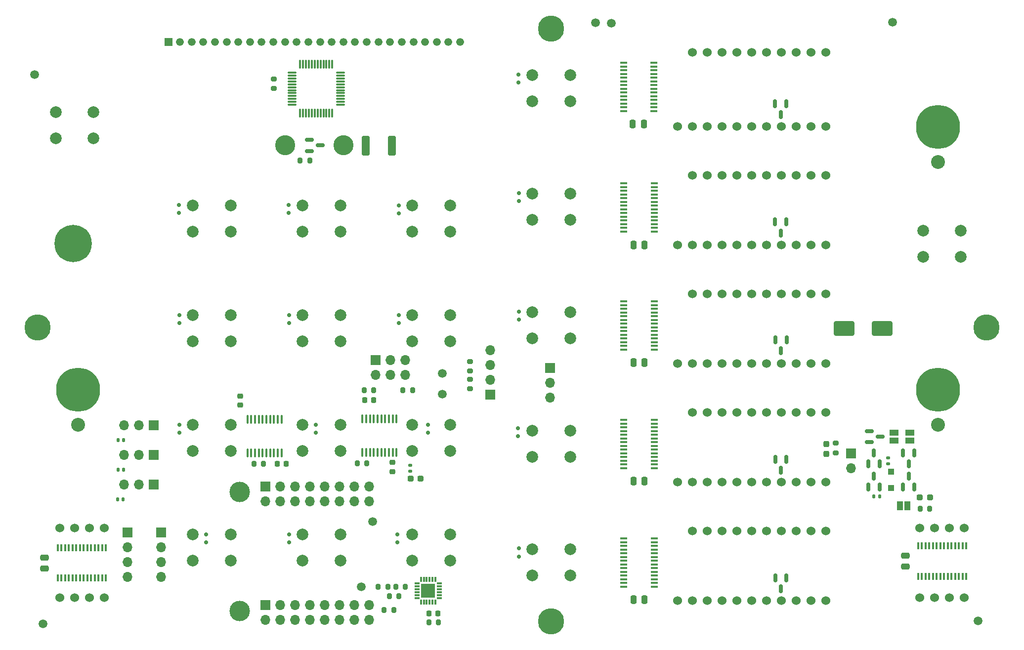
<source format=gbr>
%TF.GenerationSoftware,KiCad,Pcbnew,7.0.1*%
%TF.CreationDate,2023-08-25T12:13:54-06:00*%
%TF.ProjectId,UFC_Main,5546435f-4d61-4696-9e2e-6b696361645f,rev?*%
%TF.SameCoordinates,Original*%
%TF.FileFunction,Soldermask,Bot*%
%TF.FilePolarity,Negative*%
%FSLAX46Y46*%
G04 Gerber Fmt 4.6, Leading zero omitted, Abs format (unit mm)*
G04 Created by KiCad (PCBNEW 7.0.1) date 2023-08-25 12:13:54*
%MOMM*%
%LPD*%
G01*
G04 APERTURE LIST*
G04 Aperture macros list*
%AMRoundRect*
0 Rectangle with rounded corners*
0 $1 Rounding radius*
0 $2 $3 $4 $5 $6 $7 $8 $9 X,Y pos of 4 corners*
0 Add a 4 corners polygon primitive as box body*
4,1,4,$2,$3,$4,$5,$6,$7,$8,$9,$2,$3,0*
0 Add four circle primitives for the rounded corners*
1,1,$1+$1,$2,$3*
1,1,$1+$1,$4,$5*
1,1,$1+$1,$6,$7*
1,1,$1+$1,$8,$9*
0 Add four rect primitives between the rounded corners*
20,1,$1+$1,$2,$3,$4,$5,0*
20,1,$1+$1,$4,$5,$6,$7,0*
20,1,$1+$1,$6,$7,$8,$9,0*
20,1,$1+$1,$8,$9,$2,$3,0*%
G04 Aperture macros list end*
%ADD10C,4.500000*%
%ADD11C,7.540752*%
%ADD12C,2.381250*%
%ADD13C,6.400000*%
%ADD14C,1.500000*%
%ADD15C,1.524000*%
%ADD16C,3.435000*%
%ADD17R,1.337000X1.337000*%
%ADD18C,1.337000*%
%ADD19C,2.000000*%
%ADD20RoundRect,0.250000X0.250000X0.475000X-0.250000X0.475000X-0.250000X-0.475000X0.250000X-0.475000X0*%
%ADD21RoundRect,0.225000X0.225000X0.250000X-0.225000X0.250000X-0.225000X-0.250000X0.225000X-0.250000X0*%
%ADD22RoundRect,0.140000X-0.140000X-0.170000X0.140000X-0.170000X0.140000X0.170000X-0.140000X0.170000X0*%
%ADD23RoundRect,0.225000X0.250000X-0.225000X0.250000X0.225000X-0.250000X0.225000X-0.250000X-0.225000X0*%
%ADD24RoundRect,0.225000X-0.225000X-0.250000X0.225000X-0.250000X0.225000X0.250000X-0.225000X0.250000X0*%
%ADD25R,1.700000X1.700000*%
%ADD26O,1.700000X1.700000*%
%ADD27RoundRect,0.200000X0.200000X0.275000X-0.200000X0.275000X-0.200000X-0.275000X0.200000X-0.275000X0*%
%ADD28RoundRect,0.200000X-0.200000X-0.275000X0.200000X-0.275000X0.200000X0.275000X-0.200000X0.275000X0*%
%ADD29RoundRect,0.200000X0.275000X-0.200000X0.275000X0.200000X-0.275000X0.200000X-0.275000X-0.200000X0*%
%ADD30RoundRect,0.075000X-0.662500X-0.075000X0.662500X-0.075000X0.662500X0.075000X-0.662500X0.075000X0*%
%ADD31RoundRect,0.075000X-0.075000X-0.662500X0.075000X-0.662500X0.075000X0.662500X-0.075000X0.662500X0*%
%ADD32R,1.200000X0.400000*%
%ADD33R,0.400000X1.200000*%
%ADD34RoundRect,0.100000X0.100000X-0.637500X0.100000X0.637500X-0.100000X0.637500X-0.100000X-0.637500X0*%
%ADD35RoundRect,0.250000X0.475000X-0.250000X0.475000X0.250000X-0.475000X0.250000X-0.475000X-0.250000X0*%
%ADD36C,3.500000*%
%ADD37RoundRect,0.200000X-0.275000X0.200000X-0.275000X-0.200000X0.275000X-0.200000X0.275000X0.200000X0*%
%ADD38RoundRect,0.150000X0.200000X-0.150000X0.200000X0.150000X-0.200000X0.150000X-0.200000X-0.150000X0*%
%ADD39RoundRect,0.150000X-0.587500X-0.150000X0.587500X-0.150000X0.587500X0.150000X-0.587500X0.150000X0*%
%ADD40RoundRect,0.250000X-1.500000X-1.000000X1.500000X-1.000000X1.500000X1.000000X-1.500000X1.000000X0*%
%ADD41RoundRect,0.150000X0.150000X-0.587500X0.150000X0.587500X-0.150000X0.587500X-0.150000X-0.587500X0*%
%ADD42RoundRect,0.250000X-0.400000X-1.450000X0.400000X-1.450000X0.400000X1.450000X-0.400000X1.450000X0*%
%ADD43RoundRect,0.237500X0.287500X0.237500X-0.287500X0.237500X-0.287500X-0.237500X0.287500X-0.237500X0*%
%ADD44RoundRect,0.135000X-0.135000X-0.185000X0.135000X-0.185000X0.135000X0.185000X-0.135000X0.185000X0*%
%ADD45RoundRect,0.075000X-0.362500X-0.075000X0.362500X-0.075000X0.362500X0.075000X-0.362500X0.075000X0*%
%ADD46RoundRect,0.075000X-0.075000X-0.362500X0.075000X-0.362500X0.075000X0.362500X-0.075000X0.362500X0*%
%ADD47R,2.450000X2.450000*%
%ADD48RoundRect,0.150000X-0.150000X0.587500X-0.150000X-0.587500X0.150000X-0.587500X0.150000X0.587500X0*%
%ADD49R,1.500000X1.000000*%
%ADD50RoundRect,0.237500X0.237500X-0.287500X0.237500X0.287500X-0.237500X0.287500X-0.237500X-0.287500X0*%
%ADD51RoundRect,0.237500X-0.287500X-0.237500X0.287500X-0.237500X0.287500X0.237500X-0.287500X0.237500X0*%
%ADD52R,1.000000X1.500000*%
%ADD53RoundRect,0.135000X-0.185000X0.135000X-0.185000X-0.135000X0.185000X-0.135000X0.185000X0.135000X0*%
%ADD54RoundRect,0.250000X0.300000X-0.300000X0.300000X0.300000X-0.300000X0.300000X-0.300000X-0.300000X0*%
G04 APERTURE END LIST*
D10*
%TO.C,MK1*%
X90945560Y105569200D03*
%TD*%
%TO.C,MK2*%
X165494560Y54388200D03*
%TD*%
%TO.C,MK3*%
X90945560Y3969200D03*
%TD*%
%TO.C,MK4*%
X2934560Y54388200D03*
%TD*%
D11*
%TO.C,POT1*%
X9919560Y43657200D03*
D12*
X9919560Y37657200D03*
%TD*%
D11*
%TO.C,POT3*%
X157239560Y88741200D03*
D12*
X157239560Y82741200D03*
%TD*%
D11*
%TO.C,POT2*%
X157239560Y43657200D03*
D12*
X157239560Y37657200D03*
%TD*%
D13*
%TO.C,MK5*%
X9030560Y68739200D03*
%TD*%
D14*
%TO.C,TP1*%
X98513200Y106605200D03*
%TD*%
%TO.C,TP2*%
X101213200Y106520700D03*
%TD*%
D15*
%TO.C,DS7*%
X6725560Y8051200D03*
X9265560Y8051200D03*
X11805560Y8051200D03*
X14345560Y8051200D03*
X14345560Y19951200D03*
X11805560Y19951200D03*
X9265560Y19951200D03*
X6725560Y19951200D03*
%TD*%
%TO.C,DS8*%
X154045560Y8051200D03*
X156585560Y8051200D03*
X159125560Y8051200D03*
X161665560Y8051200D03*
X161665560Y19951200D03*
X159125560Y19951200D03*
X156585560Y19951200D03*
X154045560Y19951200D03*
%TD*%
%TO.C,DS2*%
X112562560Y88831200D03*
X115102560Y88831200D03*
X117642560Y88831200D03*
X120182560Y88831200D03*
X122722560Y88831200D03*
X125262560Y88831200D03*
X127802560Y88831200D03*
X130342560Y88831200D03*
X132882560Y88831200D03*
X135422560Y88831200D03*
X137962560Y88831200D03*
X137962560Y101531200D03*
X135422560Y101531200D03*
X132882560Y101531200D03*
X130342560Y101531200D03*
X127802560Y101531200D03*
X125262560Y101531200D03*
X122722560Y101531200D03*
X120182560Y101531200D03*
X117642560Y101531200D03*
X115102560Y101531200D03*
%TD*%
%TO.C,DS3*%
X112562560Y68511200D03*
X115102560Y68511200D03*
X117642560Y68511200D03*
X120182560Y68511200D03*
X122722560Y68511200D03*
X125262560Y68511200D03*
X127802560Y68511200D03*
X130342560Y68511200D03*
X132882560Y68511200D03*
X135422560Y68511200D03*
X137962560Y68511200D03*
X137962560Y80411200D03*
X135422560Y80411200D03*
X132882560Y80411200D03*
X130342560Y80411200D03*
X127802560Y80411200D03*
X125262560Y80411200D03*
X122722560Y80411200D03*
X120182560Y80411200D03*
X117642560Y80411200D03*
X115102560Y80411200D03*
%TD*%
%TO.C,DS4*%
X112562560Y48191200D03*
X115102560Y48191200D03*
X117642560Y48191200D03*
X120182560Y48191200D03*
X122722560Y48191200D03*
X125262560Y48191200D03*
X127802560Y48191200D03*
X130342560Y48191200D03*
X132882560Y48191200D03*
X135422560Y48191200D03*
X137962560Y48191200D03*
X137962560Y60091200D03*
X135422560Y60091200D03*
X132882560Y60091200D03*
X130342560Y60091200D03*
X127802560Y60091200D03*
X125262560Y60091200D03*
X122722560Y60091200D03*
X120182560Y60091200D03*
X117642560Y60091200D03*
X115102560Y60091200D03*
%TD*%
%TO.C,DS5*%
X112562560Y27871200D03*
X115102560Y27871200D03*
X117642560Y27871200D03*
X120182560Y27871200D03*
X122722560Y27871200D03*
X125262560Y27871200D03*
X127802560Y27871200D03*
X130342560Y27871200D03*
X132882560Y27871200D03*
X135422560Y27871200D03*
X137962560Y27871200D03*
X137962560Y39771200D03*
X135422560Y39771200D03*
X132882560Y39771200D03*
X130342560Y39771200D03*
X127802560Y39771200D03*
X125262560Y39771200D03*
X122722560Y39771200D03*
X120182560Y39771200D03*
X117642560Y39771200D03*
X115102560Y39771200D03*
%TD*%
%TO.C,DS6*%
X112562560Y7551200D03*
X115102560Y7551200D03*
X117642560Y7551200D03*
X120182560Y7551200D03*
X122722560Y7551200D03*
X125262560Y7551200D03*
X127802560Y7551200D03*
X130342560Y7551200D03*
X132882560Y7551200D03*
X135422560Y7551200D03*
X137962560Y7551200D03*
X137962560Y19451200D03*
X135422560Y19451200D03*
X132882560Y19451200D03*
X130342560Y19451200D03*
X127802560Y19451200D03*
X125262560Y19451200D03*
X122722560Y19451200D03*
X120182560Y19451200D03*
X117642560Y19451200D03*
X115102560Y19451200D03*
%TD*%
D16*
%TO.C,BL1*%
X45338560Y85578200D03*
X55338560Y85578200D03*
%TD*%
D17*
%TO.C,DS1*%
X25336560Y103282200D03*
D18*
X27336560Y103282200D03*
X29336560Y103282200D03*
X31336560Y103282200D03*
X33336560Y103282200D03*
X35336560Y103282200D03*
X37336560Y103282200D03*
X39336560Y103282200D03*
X41336560Y103282200D03*
X43336560Y103282200D03*
X45336560Y103282200D03*
X47336560Y103282200D03*
X49336560Y103282200D03*
X51336560Y103282200D03*
X53336560Y103282200D03*
X55336560Y103282200D03*
X57336560Y103282200D03*
X59336560Y103282200D03*
X61336560Y103282200D03*
X63336560Y103282200D03*
X65336560Y103282200D03*
X67336560Y103282200D03*
X69336560Y103282200D03*
X71336560Y103282200D03*
X73336560Y103282200D03*
X75336560Y103282200D03*
%TD*%
D19*
%TO.C,SW4*%
X87695560Y77339200D03*
X94195560Y77339200D03*
X87695560Y72839200D03*
X94195560Y72839200D03*
%TD*%
%TO.C,SW12*%
X87695560Y36699200D03*
X94195560Y36699200D03*
X87695560Y32199200D03*
X94195560Y32199200D03*
%TD*%
%TO.C,SW11*%
X67121561Y37715200D03*
X73621561Y37715200D03*
X67121561Y33215200D03*
X73621561Y33215200D03*
%TD*%
D14*
%TO.C,TP10*%
X2438400Y97664800D03*
%TD*%
D19*
%TO.C,SW5*%
X29529560Y56511204D03*
X36029560Y56511204D03*
X29529560Y52011204D03*
X36029560Y52011204D03*
%TD*%
%TO.C,SW10*%
X48325562Y37715200D03*
X54825562Y37715200D03*
X48325562Y33215200D03*
X54825562Y33215200D03*
%TD*%
%TO.C,SW9*%
X29529561Y37715200D03*
X36029561Y37715200D03*
X29529561Y33215200D03*
X36029561Y33215200D03*
%TD*%
%TO.C,SW7*%
X67121560Y56511204D03*
X73621560Y56511204D03*
X67121560Y52011204D03*
X73621560Y52011204D03*
%TD*%
D14*
%TO.C,TP7*%
X164084000Y4040400D03*
%TD*%
D19*
%TO.C,SW17*%
X87695560Y97659200D03*
X94195560Y97659200D03*
X87695560Y93159200D03*
X94195560Y93159200D03*
%TD*%
%TO.C,SW14*%
X48325562Y18919199D03*
X54825562Y18919199D03*
X48325562Y14419199D03*
X54825562Y14419199D03*
%TD*%
%TO.C,SW1*%
X29529561Y75307201D03*
X36029561Y75307201D03*
X29529561Y70807201D03*
X36029561Y70807201D03*
%TD*%
%TO.C,SW6*%
X48325562Y56511201D03*
X54825562Y56511201D03*
X48325562Y52011201D03*
X54825562Y52011201D03*
%TD*%
%TO.C,SW3*%
X67121561Y75307201D03*
X73621561Y75307201D03*
X67121561Y70807201D03*
X73621561Y70807201D03*
%TD*%
%TO.C,SW13*%
X29529561Y18919199D03*
X36029561Y18919199D03*
X29529561Y14419199D03*
X36029561Y14419199D03*
%TD*%
D14*
%TO.C,TP3*%
X72288400Y46452400D03*
%TD*%
D19*
%TO.C,SW19*%
X154624562Y70989202D03*
X161124562Y70989202D03*
X154624562Y66489202D03*
X161124562Y66489202D03*
%TD*%
D14*
%TO.C,TP5*%
X58420000Y9933200D03*
%TD*%
D19*
%TO.C,SW2*%
X48325562Y75307201D03*
X54825562Y75307201D03*
X48325562Y70807201D03*
X54825562Y70807201D03*
%TD*%
%TO.C,SW8*%
X87695560Y57019200D03*
X94195560Y57019200D03*
X87695560Y52519200D03*
X94195560Y52519200D03*
%TD*%
%TO.C,SW18*%
X6034560Y91309200D03*
X12534560Y91309200D03*
X6034560Y86809200D03*
X12534560Y86809200D03*
%TD*%
%TO.C,SW15*%
X67121560Y18919199D03*
X73621560Y18919199D03*
X67121560Y14419199D03*
X73621560Y14419199D03*
%TD*%
D14*
%TO.C,TP4*%
X72288400Y42902400D03*
%TD*%
%TO.C,TP9*%
X149402800Y106707200D03*
%TD*%
%TO.C,TP6*%
X60325000Y21109200D03*
%TD*%
%TO.C,TP8*%
X3911600Y3532400D03*
%TD*%
D19*
%TO.C,SW16*%
X87695560Y16379200D03*
X94195560Y16379200D03*
X87695560Y11879200D03*
X94195560Y11879200D03*
%TD*%
D20*
%TO.C,C1*%
X106817200Y89230200D03*
X104917200Y89230200D03*
%TD*%
%TO.C,C2*%
X106944200Y48336200D03*
X105044200Y48336200D03*
%TD*%
%TO.C,C3*%
X106944200Y68529200D03*
X105044200Y68529200D03*
%TD*%
D21*
%TO.C,C7*%
X71563200Y5305200D03*
X70013200Y5305200D03*
%TD*%
D22*
%TO.C,C8*%
X16650000Y24892000D03*
X17610000Y24892000D03*
%TD*%
D21*
%TO.C,C9*%
X45538200Y30945200D03*
X43988200Y30945200D03*
%TD*%
D23*
%TO.C,C10*%
X37693600Y41060600D03*
X37693600Y42610600D03*
%TD*%
%TO.C,C11*%
X63713200Y29655200D03*
X63713200Y31205200D03*
%TD*%
D24*
%TO.C,C12*%
X58958200Y41945200D03*
X60508200Y41945200D03*
%TD*%
D25*
%TO.C,J1*%
X142280764Y32800000D03*
D26*
X142280764Y30260000D03*
%TD*%
D25*
%TO.C,J2*%
X18350000Y19215200D03*
D26*
X18350000Y16675200D03*
X18350000Y14135200D03*
X18350000Y11595200D03*
%TD*%
D25*
%TO.C,J3*%
X22845000Y37592000D03*
D26*
X20305000Y37592000D03*
X17765000Y37592000D03*
%TD*%
D25*
%TO.C,J4*%
X22845000Y27432000D03*
D26*
X20305000Y27432000D03*
X17765000Y27432000D03*
%TD*%
D25*
%TO.C,J5*%
X60888200Y48780200D03*
D26*
X60888200Y46240200D03*
X63428200Y48780200D03*
X63428200Y46240200D03*
X65968200Y48780200D03*
X65968200Y46240200D03*
%TD*%
D25*
%TO.C,J6*%
X80518000Y42875200D03*
D26*
X80518000Y45415200D03*
X80518000Y47955200D03*
X80518000Y50495200D03*
%TD*%
%TO.C,J7*%
X24130000Y11595200D03*
X24130000Y14135200D03*
X24130000Y16675200D03*
D25*
X24130000Y19215200D03*
%TD*%
%TO.C,J8*%
X22845000Y32512000D03*
D26*
X20305000Y32512000D03*
X17765000Y32512000D03*
%TD*%
D25*
%TO.C,J9*%
X90759000Y47423200D03*
D26*
X90759000Y44883200D03*
X90759000Y42343200D03*
%TD*%
D27*
%TO.C,R3*%
X49576200Y82985200D03*
X47926200Y82985200D03*
%TD*%
D28*
%TO.C,R4*%
X69963200Y3765200D03*
X71613200Y3765200D03*
%TD*%
D27*
%TO.C,R7*%
X64868200Y8254200D03*
X63218200Y8254200D03*
%TD*%
%TO.C,R8*%
X65963200Y9905200D03*
X64313200Y9905200D03*
%TD*%
%TO.C,R9*%
X62938200Y9905200D03*
X61288200Y9905200D03*
%TD*%
D28*
%TO.C,R10*%
X62308200Y5925200D03*
X63958200Y5925200D03*
%TD*%
D27*
%TO.C,R11*%
X67182000Y43588200D03*
X65532000Y43588200D03*
%TD*%
%TO.C,R12*%
X60515000Y43588200D03*
X58865000Y43588200D03*
%TD*%
D28*
%TO.C,R41*%
X39999840Y30947200D03*
X41649840Y30947200D03*
%TD*%
D29*
%TO.C,R43*%
X77038200Y46866200D03*
X77038200Y48516200D03*
%TD*%
%TO.C,R44*%
X77038200Y43818200D03*
X77038200Y45468200D03*
%TD*%
D30*
%TO.C,U1*%
X46510060Y92531200D03*
X46510060Y93031200D03*
X46510060Y93531200D03*
X46510060Y94031200D03*
X46510060Y94531200D03*
X46510060Y95031200D03*
X46510060Y95531200D03*
X46510060Y96031200D03*
X46510060Y96531200D03*
X46510060Y97031200D03*
X46510060Y97531200D03*
X46510060Y98031200D03*
D31*
X47922560Y99443700D03*
X48422560Y99443700D03*
X48922560Y99443700D03*
X49422560Y99443700D03*
X49922560Y99443700D03*
X50422560Y99443700D03*
X50922560Y99443700D03*
X51422560Y99443700D03*
X51922560Y99443700D03*
X52422560Y99443700D03*
X52922560Y99443700D03*
X53422560Y99443700D03*
D30*
X54835060Y98031200D03*
X54835060Y97531200D03*
X54835060Y97031200D03*
X54835060Y96531200D03*
X54835060Y96031200D03*
X54835060Y95531200D03*
X54835060Y95031200D03*
X54835060Y94531200D03*
X54835060Y94031200D03*
X54835060Y93531200D03*
X54835060Y93031200D03*
X54835060Y92531200D03*
D31*
X53422560Y91118700D03*
X52922560Y91118700D03*
X52422560Y91118700D03*
X51922560Y91118700D03*
X51422560Y91118700D03*
X50922560Y91118700D03*
X50422560Y91118700D03*
X49922560Y91118700D03*
X49422560Y91118700D03*
X48922560Y91118700D03*
X48422560Y91118700D03*
X47922560Y91118700D03*
%TD*%
D32*
%TO.C,U2*%
X108525560Y99732700D03*
X108525560Y99097700D03*
X108525560Y98462700D03*
X108525560Y97827700D03*
X108525560Y97192700D03*
X108525560Y96557700D03*
X108525560Y95922700D03*
X108525560Y95287700D03*
X108525560Y94652700D03*
X108525560Y94017700D03*
X108525560Y93382700D03*
X108525560Y92747700D03*
X108525560Y92112700D03*
X108525560Y91477700D03*
X103325560Y91477700D03*
X103325560Y92112700D03*
X103325560Y92747700D03*
X103325560Y93382700D03*
X103325560Y94017700D03*
X103325560Y94652700D03*
X103325560Y95287700D03*
X103325560Y95922700D03*
X103325560Y96557700D03*
X103325560Y97192700D03*
X103325560Y97827700D03*
X103325560Y98462700D03*
X103325560Y99097700D03*
X103325560Y99732700D03*
%TD*%
%TO.C,U3*%
X108594200Y79070200D03*
X108594200Y78435200D03*
X108594200Y77800200D03*
X108594200Y77165200D03*
X108594200Y76530200D03*
X108594200Y75895200D03*
X108594200Y75260200D03*
X108594200Y74625200D03*
X108594200Y73990200D03*
X108594200Y73355200D03*
X108594200Y72720200D03*
X108594200Y72085200D03*
X108594200Y71450200D03*
X108594200Y70815200D03*
X103394200Y70815200D03*
X103394200Y71450200D03*
X103394200Y72085200D03*
X103394200Y72720200D03*
X103394200Y73355200D03*
X103394200Y73990200D03*
X103394200Y74625200D03*
X103394200Y75260200D03*
X103394200Y75895200D03*
X103394200Y76530200D03*
X103394200Y77165200D03*
X103394200Y77800200D03*
X103394200Y78435200D03*
X103394200Y79070200D03*
%TD*%
%TO.C,U4*%
X108594200Y58813700D03*
X108594200Y58178700D03*
X108594200Y57543700D03*
X108594200Y56908700D03*
X108594200Y56273700D03*
X108594200Y55638700D03*
X108594200Y55003700D03*
X108594200Y54368700D03*
X108594200Y53733700D03*
X108594200Y53098700D03*
X108594200Y52463700D03*
X108594200Y51828700D03*
X108594200Y51193700D03*
X108594200Y50558700D03*
X103394200Y50558700D03*
X103394200Y51193700D03*
X103394200Y51828700D03*
X103394200Y52463700D03*
X103394200Y53098700D03*
X103394200Y53733700D03*
X103394200Y54368700D03*
X103394200Y55003700D03*
X103394200Y55638700D03*
X103394200Y56273700D03*
X103394200Y56908700D03*
X103394200Y57543700D03*
X103394200Y58178700D03*
X103394200Y58813700D03*
%TD*%
D33*
%TO.C,U5*%
X162064700Y11700200D03*
X161429700Y11700200D03*
X160794700Y11700200D03*
X160159700Y11700200D03*
X159524700Y11700200D03*
X158889700Y11700200D03*
X158254700Y11700200D03*
X157619700Y11700200D03*
X156984700Y11700200D03*
X156349700Y11700200D03*
X155714700Y11700200D03*
X155079700Y11700200D03*
X154444700Y11700200D03*
X153809700Y11700200D03*
X153809700Y16900200D03*
X154444700Y16900200D03*
X155079700Y16900200D03*
X155714700Y16900200D03*
X156349700Y16900200D03*
X156984700Y16900200D03*
X157619700Y16900200D03*
X158254700Y16900200D03*
X158889700Y16900200D03*
X159524700Y16900200D03*
X160159700Y16900200D03*
X160794700Y16900200D03*
X161429700Y16900200D03*
X162064700Y16900200D03*
%TD*%
D34*
%TO.C,U8*%
X64438200Y32967700D03*
X63788200Y32967700D03*
X63138200Y32967700D03*
X62488200Y32967700D03*
X61838200Y32967700D03*
X61188200Y32967700D03*
X60538200Y32967700D03*
X59888200Y32967700D03*
X59238200Y32967700D03*
X58588200Y32967700D03*
X58588200Y38692700D03*
X59238200Y38692700D03*
X59888200Y38692700D03*
X60538200Y38692700D03*
X61188200Y38692700D03*
X61838200Y38692700D03*
X62488200Y38692700D03*
X63138200Y38692700D03*
X63788200Y38692700D03*
X64438200Y38692700D03*
%TD*%
%TO.C,U9*%
X44738200Y32842700D03*
X44088200Y32842700D03*
X43438200Y32842700D03*
X42788200Y32842700D03*
X42138200Y32842700D03*
X41488200Y32842700D03*
X40838200Y32842700D03*
X40188200Y32842700D03*
X39538200Y32842700D03*
X38888200Y32842700D03*
X38888200Y38567700D03*
X39538200Y38567700D03*
X40188200Y38567700D03*
X40838200Y38567700D03*
X41488200Y38567700D03*
X42138200Y38567700D03*
X42788200Y38567700D03*
X43438200Y38567700D03*
X44088200Y38567700D03*
X44738200Y38567700D03*
%TD*%
D35*
%TO.C,C4*%
X151587200Y13350200D03*
X151587200Y15250200D03*
%TD*%
D25*
%TO.C,MC1*%
X41986560Y27127200D03*
D26*
X44526560Y27127200D03*
X47066560Y27127200D03*
X49606560Y27127200D03*
X52146560Y27127200D03*
X54686560Y27127200D03*
X57226560Y27127200D03*
X59766560Y27127200D03*
X41986560Y24587200D03*
X44526560Y24587200D03*
X47066560Y24587200D03*
X49606560Y24587200D03*
X52146560Y24587200D03*
X54686560Y24587200D03*
X57226560Y24587200D03*
X59766560Y24587200D03*
D25*
X41986560Y6807200D03*
D26*
X44526560Y6807200D03*
X47066560Y6807200D03*
X49606560Y6807200D03*
X52146560Y6807200D03*
X54686560Y6807200D03*
X57226560Y6807200D03*
X59766560Y6807200D03*
X41986560Y4267200D03*
X44526560Y4267200D03*
X47066560Y4267200D03*
X49606560Y4267200D03*
X52146560Y4267200D03*
X54686560Y4267200D03*
X57226560Y4267200D03*
X59766560Y4267200D03*
D36*
X37576560Y26117200D03*
X37576560Y5717199D03*
%TD*%
D27*
%TO.C,R40*%
X59338200Y31105200D03*
X57688200Y31105200D03*
%TD*%
D37*
%TO.C,R2*%
X43406560Y96977200D03*
X43406560Y95327200D03*
%TD*%
D38*
%TO.C,D75*%
X46000000Y56500000D03*
X46000000Y55100000D03*
%TD*%
D39*
%TO.C,Q5*%
X145443264Y34712500D03*
X145443264Y36612500D03*
X147318264Y35662500D03*
%TD*%
D40*
%TO.C,C14*%
X141150000Y54200000D03*
X147650000Y54200000D03*
%TD*%
D41*
%TO.C,Q6*%
X147180764Y31000000D03*
X145280764Y31000000D03*
X146230764Y32875000D03*
%TD*%
D42*
%TO.C,R1*%
X59192200Y85547200D03*
X63642200Y85547200D03*
%TD*%
D39*
%TO.C,Q2*%
X49479200Y84609200D03*
X49479200Y86509200D03*
X51354200Y85559200D03*
%TD*%
D38*
%TO.C,D70*%
X27178000Y75376000D03*
X27178000Y73976000D03*
%TD*%
D22*
%TO.C,C6*%
X16720000Y30002000D03*
X17680000Y30002000D03*
%TD*%
D20*
%TO.C,C16*%
X106944200Y28016200D03*
X105044200Y28016200D03*
%TD*%
D43*
%TO.C,D38*%
X68588200Y28405200D03*
X66838200Y28405200D03*
%TD*%
D38*
%TO.C,D76*%
X64800000Y56500000D03*
X64800000Y55100000D03*
%TD*%
D44*
%TO.C,R14*%
X146220764Y25437500D03*
X147240764Y25437500D03*
%TD*%
D45*
%TO.C,U10*%
X67925700Y7992700D03*
X67925700Y8492700D03*
X67925700Y8992700D03*
X67925700Y9492700D03*
X67925700Y9992700D03*
X67925700Y10492700D03*
D46*
X68613200Y11180200D03*
X69113200Y11180200D03*
X69613200Y11180200D03*
X70113200Y11180200D03*
X70613200Y11180200D03*
X71113200Y11180200D03*
D45*
X71800700Y10492700D03*
X71800700Y9992700D03*
X71800700Y9492700D03*
X71800700Y8992700D03*
X71800700Y8492700D03*
X71800700Y7992700D03*
D46*
X71113200Y7305200D03*
X70613200Y7305200D03*
X70113200Y7305200D03*
X69613200Y7305200D03*
X69113200Y7305200D03*
X68613200Y7305200D03*
D47*
X69863200Y9242700D03*
%TD*%
D38*
%TO.C,D74*%
X27200000Y56500000D03*
X27200000Y55100000D03*
%TD*%
%TO.C,D78*%
X27200000Y37700000D03*
X27200000Y36300000D03*
%TD*%
%TO.C,D80*%
X69800000Y37700000D03*
X69800000Y36300000D03*
%TD*%
%TO.C,D82*%
X31800000Y18900000D03*
X31800000Y17500000D03*
%TD*%
D48*
%TO.C,Q3*%
X129301200Y72436200D03*
X131201200Y72436200D03*
X130251200Y70561200D03*
%TD*%
D38*
%TO.C,D73*%
X85400000Y77400000D03*
X85400000Y76000000D03*
%TD*%
D32*
%TO.C,U7*%
X108594200Y38493700D03*
X108594200Y37858700D03*
X108594200Y37223700D03*
X108594200Y36588700D03*
X108594200Y35953700D03*
X108594200Y35318700D03*
X108594200Y34683700D03*
X108594200Y34048700D03*
X108594200Y33413700D03*
X108594200Y32778700D03*
X108594200Y32143700D03*
X108594200Y31508700D03*
X108594200Y30873700D03*
X108594200Y30238700D03*
X103394200Y30238700D03*
X103394200Y30873700D03*
X103394200Y31508700D03*
X103394200Y32143700D03*
X103394200Y32778700D03*
X103394200Y33413700D03*
X103394200Y34048700D03*
X103394200Y34683700D03*
X103394200Y35318700D03*
X103394200Y35953700D03*
X103394200Y36588700D03*
X103394200Y37223700D03*
X103394200Y37858700D03*
X103394200Y38493700D03*
%TD*%
D38*
%TO.C,D71*%
X45974000Y75376000D03*
X45974000Y73976000D03*
%TD*%
D48*
%TO.C,Q4*%
X151230764Y32875000D03*
X153130764Y32875000D03*
X152180764Y31000000D03*
%TD*%
D49*
%TO.C,JP2*%
X149680764Y35000000D03*
X149680764Y36300000D03*
%TD*%
D48*
%TO.C,Q11*%
X129350000Y11437500D03*
X131250000Y11437500D03*
X130300000Y9562500D03*
%TD*%
D38*
%TO.C,D81*%
X85200000Y37100000D03*
X85200000Y35700000D03*
%TD*%
D50*
%TO.C,D40*%
X138080764Y32650000D03*
X138080764Y34400000D03*
%TD*%
D41*
%TO.C,Q7*%
X147180764Y27000000D03*
X145280764Y27000000D03*
X146230764Y28875000D03*
%TD*%
D51*
%TO.C,D37*%
X154105764Y25200000D03*
X155855764Y25200000D03*
%TD*%
D52*
%TO.C,JP1*%
X150680764Y23800000D03*
X151980764Y23800000D03*
%TD*%
D53*
%TO.C,R46*%
X66813200Y30715200D03*
X66813200Y29695200D03*
%TD*%
D38*
%TO.C,D84*%
X64600000Y18900000D03*
X64600000Y17500000D03*
%TD*%
D33*
%TO.C,U6*%
X14663060Y11401200D03*
X14028060Y11401200D03*
X13393060Y11401200D03*
X12758060Y11401200D03*
X12123060Y11401200D03*
X11488060Y11401200D03*
X10853060Y11401200D03*
X10218060Y11401200D03*
X9583060Y11401200D03*
X8948060Y11401200D03*
X8313060Y11401200D03*
X7678060Y11401200D03*
X7043060Y11401200D03*
X6408060Y11401200D03*
X6408060Y16601200D03*
X7043060Y16601200D03*
X7678060Y16601200D03*
X8313060Y16601200D03*
X8948060Y16601200D03*
X9583060Y16601200D03*
X10218060Y16601200D03*
X10853060Y16601200D03*
X11488060Y16601200D03*
X12123060Y16601200D03*
X12758060Y16601200D03*
X13393060Y16601200D03*
X14028060Y16601200D03*
X14663060Y16601200D03*
%TD*%
D38*
%TO.C,D85*%
X85400000Y16500000D03*
X85400000Y15100000D03*
%TD*%
D20*
%TO.C,C15*%
X106944200Y7696200D03*
X105044200Y7696200D03*
%TD*%
D54*
%TO.C,D39*%
X149180764Y26800000D03*
X149180764Y29600000D03*
%TD*%
D48*
%TO.C,Q9*%
X129367200Y52273200D03*
X131267200Y52273200D03*
X130317200Y50398200D03*
%TD*%
D49*
%TO.C,JP3*%
X152380764Y35000000D03*
X152380764Y36300000D03*
%TD*%
D38*
%TO.C,D83*%
X46000000Y18900000D03*
X46000000Y17500000D03*
%TD*%
%TO.C,D79*%
X50600000Y37700000D03*
X50600000Y36300000D03*
%TD*%
%TO.C,D77*%
X85400000Y57100000D03*
X85400000Y55700000D03*
%TD*%
%TO.C,D69*%
X85344000Y97728000D03*
X85344000Y96328000D03*
%TD*%
D48*
%TO.C,Q10*%
X129350000Y31737500D03*
X131250000Y31737500D03*
X130300000Y29862500D03*
%TD*%
D32*
%TO.C,U11*%
X108594200Y18173700D03*
X108594200Y17538700D03*
X108594200Y16903700D03*
X108594200Y16268700D03*
X108594200Y15633700D03*
X108594200Y14998700D03*
X108594200Y14363700D03*
X108594200Y13728700D03*
X108594200Y13093700D03*
X108594200Y12458700D03*
X108594200Y11823700D03*
X108594200Y11188700D03*
X108594200Y10553700D03*
X108594200Y9918700D03*
X103394200Y9918700D03*
X103394200Y10553700D03*
X103394200Y11188700D03*
X103394200Y11823700D03*
X103394200Y12458700D03*
X103394200Y13093700D03*
X103394200Y13728700D03*
X103394200Y14363700D03*
X103394200Y14998700D03*
X103394200Y15633700D03*
X103394200Y16268700D03*
X103394200Y16903700D03*
X103394200Y17538700D03*
X103394200Y18173700D03*
%TD*%
D22*
%TO.C,C5*%
X16740000Y35032000D03*
X17700000Y35032000D03*
%TD*%
D29*
%TO.C,R13*%
X139680764Y32875000D03*
X139680764Y34525000D03*
%TD*%
D48*
%TO.C,Q1*%
X129301200Y92707700D03*
X131201200Y92707700D03*
X130251200Y90832700D03*
%TD*%
D28*
%TO.C,R45*%
X154155764Y23295000D03*
X155805764Y23295000D03*
%TD*%
D38*
%TO.C,D72*%
X64800000Y75300000D03*
X64800000Y73900000D03*
%TD*%
D35*
%TO.C,C13*%
X4133200Y13005200D03*
X4133200Y14905200D03*
%TD*%
D53*
%TO.C,R6*%
X148680764Y32031200D03*
X148680764Y31011200D03*
%TD*%
D41*
%TO.C,Q8*%
X153130764Y27025000D03*
X151230764Y27025000D03*
X152180764Y28900000D03*
%TD*%
M02*

</source>
